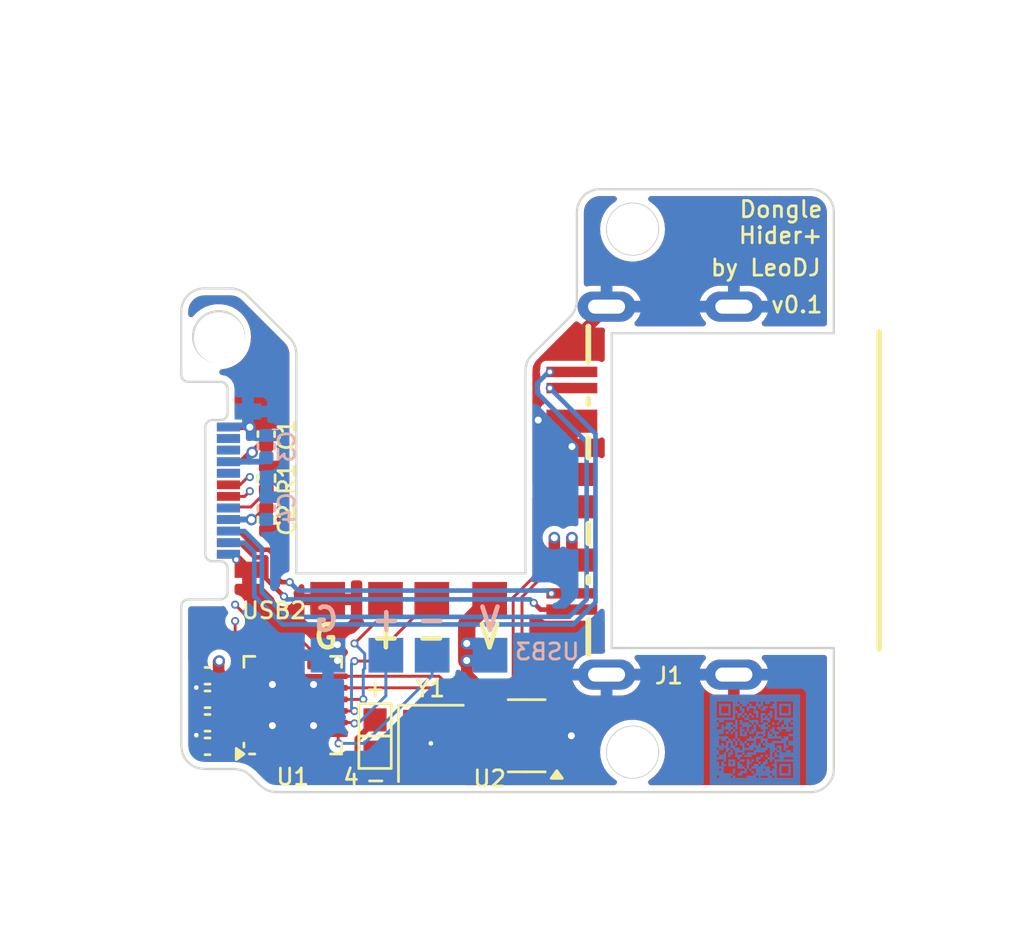
<source format=kicad_pcb>
(kicad_pcb (version 20240108) (generator "pcbnew") (generator_version "8.0")
  (layers (0 "F.Cu" signal) (1 "In1.Cu" signal) (2 "In2.Cu" signal) (31 "B.Cu" signal) (34 "B.Paste" user) (35 "F.Paste" user) (36 "B.SilkS" user "B.Silkscreen") (37 "F.SilkS" user "F.Silkscreen") (38 "B.Mask" user) (39 "F.Mask" user) (44 "Edge.Cuts" user))
  (net 0 "")
  (net 1 "GND")
  (net 2 "VBUS")
  (net 3 "Net-(U1-VDD33)")
  (net 4 "Net-(J1-D+)")
  (net 5 "Net-(J1-D-)")
  (net 6 "TX+")
  (net 7 "RX-")
  (net 8 "RX+")
  (net 9 "TX-")
  (net 12 "Net-(P1-SBU2)")
  (net 13 "Net-(P1-D+)")
  (net 14 "Net-(P1-CC)")
  (net 15 "Net-(P1-D-)")
  (net 16 "Net-(P1-VCONN)")
  (net 18 "Net-(P1-SBU1)")
  (net 20 "Net-(U1-XI)")
  (net 27 "Net-(J5-Pin_1)")
  (net 29 "Net-(U1-XO)")
  (net 30 "Net-(J4-Pin_1)")
  (net 32 "Net-(U1-DP1+)")
  (net 33 "Net-(U1-DM1-)")
  (net 34 "Net-(U1-DP3+)")
  (net 35 "Net-(U1-DP2+)")
  (net 36 "Net-(U1-DM2-)")
  (net 37 "Net-(U1-DM3-)")
  (footprint "Package_DFN_QFN:QFN-24-1EP_4x4mm_P0.5mm_EP2.7x2.7mm" (layer "F.Cu") (at 94.467 73.271 90)
    (property "Reference" "U1")
    (property "Value" "CH334F")
  )
  (footprint "Capacitor_SMD:C_0402_1005Metric" (layer "F.Cu") (at 93.324 65.242 -90)
    (property "Reference" "C2")
    (property "Value" "10n")
  )
  (footprint "MountingHole:MountingHole_2.2mm_M2" (layer "F.Cu") (at 109.15 75.3)
    (property "Reference" "REF**" (hide yes))
    (property "Value" "MountingHole_2.2mm_M2")
  )
  (footprint "Capacitor_SMD:C_0402_1005Metric" (layer "F.Cu") (at 90.784 73.017 180)
    (property "Reference" "C7" (hide yes))
    (property "Value" "10u")
  )
  (footprint "Capacitor_SMD:C_0402_1005Metric" (layer "F.Cu") (at 90.784 75.049 180)
    (property "Reference" "C6" (hide yes))
    (property "Value" "100n")
  )
  (footprint "LeoDJ-kicad:USB_SolderPads" (layer "F.Cu") (at 99.476 68.699 180)
    (property "Reference" "USB2")
    (property "Value" "USB Dongle")
  )
  (footprint "Capacitor_SMD:C_0402_1005Metric" (layer "F.Cu") (at 93.324 61.559 90)
    (property "Reference" "C1")
    (property "Value" "10n")
  )
  (footprint "clipboard:a3a9fe14-ccf1-44c9-aa33-5d14aabbb9b3" (layer "F.Cu") (at 116.3364 76.7254)
    (property "Reference" "")
    (property "Value" "")
  )
  (footprint "Resistor_SMD:R_0402_1005Metric" (layer "F.Cu") (at 93.324 63.464 90)
    (property "Reference" "R1")
    (property "Value" "5k1")
  )
  (footprint "LCSC:USB-A-SMD_HC-USB3.0-C345-P" (layer "F.Cu") (at 110.0275 64 90)
    (property "Reference" "J1")
    (property "Value" "USB3_A")
  )
  (footprint "TestPoint:TestPoint_Pad_1.0x1.0mm" (layer "F.Cu") (at 98.023 73.906)
    (property "Reference" "J5" (hide yes))
    (property "Value" "D+4")
  )
  (footprint "MountingHole:MountingHole_2.2mm_M2" (layer "F.Cu") (at 109.15 52.7)
    (property "Reference" "REF**" (hide yes))
    (property "Value" "MountingHole_2.2mm_M2")
  )
  (footprint "Package_TO_SOT_SMD:SOT-23-6" (layer "F.Cu") (at 104.5762 74.5918 180)
    (property "Reference" "U2")
    (property "Value" "USBLC6-2SC6")
  )
  (footprint "MountingHole:MountingHole_2.2mm_M2" (layer "F.Cu") (at 91.3 57.4)
    (property "Reference" "REF**" (hide yes))
    (property "Value" "MountingHole_2.2mm_M2")
  )
  (footprint "Capacitor_SMD:C_0402_1005Metric" (layer "F.Cu") (at 90.784 72.001 180)
    (property "Reference" "C8" (hide yes))
    (property "Value" "1u")
  )
  (footprint "TestPoint:TestPoint_Pad_1.0x1.0mm" (layer "F.Cu") (at 98.023 75.303)
    (property "Reference" "J4" (hide yes))
    (property "Value" "D-4")
  )
  (footprint "Capacitor_SMD:C_0402_1005Metric" (layer "F.Cu") (at 90.784 74.033 180)
    (property "Reference" "C5" (hide yes))
    (property "Value" "1u")
  )
  (footprint "Connector_USB:USB_C_Plug_Molex_105444" (layer "F.Cu") (at 91.65 64 90)
    (property "Reference" "P1" (hide yes))
    (property "Value" "USB_C_Plug")
  )
  (footprint "Crystal:Crystal_SMD_2520-4Pin_2.5x2.0mm" (layer "F.Cu") (at 100.436 74.922 -90)
    (property "Reference" "Y1")
    (property "Value" "12MHz")
  )
  (footprint "LeoDJ-kicad:USB_SolderPads" (layer "B.Cu") (at 99.491 71.112 180)
    (property "Reference" "USB3")
    (property "Value" "USB Dongle")
  )
  (footprint "clipboard:ed8a2803-3309-4f49-b63e-d04072c03834" (layer "B.Cu") (at 112.386397 76.811803 180)
    (property "Reference" "")
    (property "Value" "")
  )
  (footprint "Capacitor_SMD:C_0402_1005Metric" (layer "B.Cu") (at 93.324 62.095 90)
    (property "Reference" "C3")
    (property "Value" "10n")
  )
  (footprint "Capacitor_SMD:C_0402_1005Metric" (layer "B.Cu") (at 93.324 64.762 90)
    (property "Reference" "C4")
    (property "Value" "10n")
  )
  (gr_curve (pts (xy 89.737799 68.787938) (xy 89.765867 68.759851) (xy 89.798898 68.736723) (xy 89.835059 68.722893)) (stroke (width 0.1)) (layer "Edge.Cuts"))
  (gr_curve (pts (xy 91.935787 76.026183) (xy 91.507191 76.026183) (xy 91.078596 76.026183) (xy 90.65 76.026183)) (stroke (width 0.1)) (layer "Edge.Cuts"))
  (gr_line (start 91.35 59.3) (end 91.350196 59.3) (stroke (width 0.1)) (layer "Edge.Cuts"))
  (gr_curve (pts (xy 91.350195 60.95) (xy 91.389486 60.945469) (xy 91.428778 60.940938) (xy 91.464939 60.927109)) (stroke (width 0.1)) (layer "Edge.Cuts"))
  (gr_curve (pts (xy 91.65 67.35) (xy 91.65 67.7) (xy 91.65 68.05) (xy 91.65 68.4)) (stroke (width 0.1)) (layer "Edge.Cuts"))
  (gr_line (start 92.64264 76.318823) (end 92.642893 76.319076) (stroke (width 0.1)) (layer "Edge.Cuts"))
  (gr_curve (pts (xy 91.627126 68.514896) (xy 91.640945 68.478747) (xy 91.645472 68.439472) (xy 91.65 68.400196)) (stroke (width 0.1)) (layer "Edge.Cuts"))
  (gr_curve (pts (xy 91.464895 68.677127) (xy 91.501044 68.663308) (xy 91.534066 68.640198) (xy 91.562132 68.612132)) (stroke (width 0.1)) (layer "Edge.Cuts"))
  (gr_line (start 90.649642 76.026183) (end 90.65 76.026183) (stroke (width 0.1)) (layer "Edge.Cuts"))
  (gr_curve (pts (xy 91.464896 67.072874) (xy 91.428748 67.059055) (xy 91.389472 67.054528) (xy 91.350196 67.05)) (stroke (width 0.1)) (layer "Edge.Cuts"))
  (gr_arc (start 116.85 50.973817) (mid 117.557106 51.266709) (end 117.85 51.973813) (stroke (width 0.1)) (layer "Edge.Cuts"))
  (gr_curve (pts (xy 90.875104 60.972874) (xy 90.911253 60.959055) (xy 90.950528 60.954528) (xy 90.989804 60.95)) (stroke (width 0.1)) (layer "Edge.Cuts"))
  (gr_curve (pts (xy 91.627183 60.76476) (xy 91.640989 60.72859) (xy 91.645495 60.689295) (xy 91.65 60.65)) (stroke (width 0.1)) (layer "Edge.Cuts"))
  (gr_curve (pts (xy 89.835106 59.277127) (xy 89.798957 59.263308) (xy 89.765934 59.240198) (xy 89.737868 59.212132)) (stroke (width 0.1)) (layer "Edge.Cuts"))
  (gr_arc (start 106.746285 51.97382) (mid 107.039178 51.266712) (end 107.746285 50.973817) (stroke (width 0.1)) (layer "Edge.Cuts"))
  (gr_line (start 117.85 51.973813) (end 117.85 57.2) (stroke (width 0.1)) (layer "Edge.Cuts"))
  (gr_curve (pts (xy 93.764214 77.026183) (xy 98.49416 77.026183) (xy 103.224106 77.026183) (xy 107.954052 77.026183)) (stroke (width 0.1)) (layer "Edge.Cuts"))
  (gr_curve (pts (xy 90.267069 75.94996) (xy 90.146499 75.903879) (xy 90.036361 75.82679) (xy 89.942767 75.733163)) (stroke (width 0.1)) (layer "Edge.Cuts"))
  (gr_curve (pts (xy 89.65 69) (xy 89.654506 68.960705) (xy 89.659012 68.921411) (xy 89.672818 68.88524)) (stroke (width 0.1)) (layer "Edge.Cuts"))
  (gr_curve (pts (xy 91.35 68.7) (xy 90.883334 68.7) (xy 90.416667 68.7) (xy 89.95 68.7)) (stroke (width 0.1)) (layer "Edge.Cuts"))
  (gr_line (start 106.746285 51.97382) (end 106.746285 55.7779) (stroke (width 0.1)) (layer "Edge.Cuts"))
  (gr_curve (pts (xy 92.318468 76.102302) (xy 92.200718 76.053529) (xy 92.068428 76.039856) (xy 91.936138 76.026183)) (stroke (width 0.1)) (layer "Edge.Cuts"))
  (gr_curve (pts (xy 89.726087 75.408785) (xy 89.68005 75.288198) (xy 89.665025 75.15719) (xy 89.65 75.026183)) (stroke (width 0.1)) (layer "Edge.Cuts"))
  (gr_curve (pts (xy 91.627183 59.48524) (xy 91.613377 59.44907) (xy 91.59027 59.416025) (xy 91.562202 59.387938)) (stroke (width 0.1)) (layer "Edge.Cuts"))
  (gr_arc (start 94.328274 57.396068) (mid 94.545045 57.72049) (end 94.621165 58.103171) (stroke (width 0.1)) (layer "Edge.Cuts"))
  (gr_line (start 90.69 61.249806) (end 90.69 61.25) (stroke (width 0.1)) (layer "Edge.Cuts"))
  (gr_curve (pts (xy 92.64264 76.318823) (xy 92.539429 76.234949) (xy 92.436218 76.151076) (xy 92.318468 76.102302)) (stroke (width 0.1)) (layer "Edge.Cuts"))
  (gr_curve (pts (xy 91.562201 60.862064) (xy 91.59027 60.833977) (xy 91.613377 60.800931) (xy 91.627183 60.76476)) (stroke (width 0.1)) (layer "Edge.Cuts"))
  (gr_curve (pts (xy 90.99 67.05) (xy 91.11 67.05) (xy 91.23 67.05) (xy 91.35 67.05)) (stroke (width 0.1)) (layer "Edge.Cuts"))
  (gr_curve (pts (xy 110.345948 50.973817) (xy 112.513966 50.973817) (xy 114.681983 50.973817) (xy 116.85 50.973817)) (stroke (width 0.1)) (layer "Edge.Cuts"))
  (gr_curve (pts (xy 89.672818 68.88524) (xy 89.686624 68.84907) (xy 89.70973 68.816025) (xy 89.737799 68.787938)) (stroke (width 0.1)) (layer "Edge.Cuts"))
  (gr_curve (pts (xy 90.875106 67.027127) (xy 90.838957 67.013308) (xy 90.805934 66.990198) (xy 90.777868 66.962132)) (stroke (width 0.1)) (layer "Edge.Cuts"))
  (gr_curve (pts (xy 93.763856 77.026183) (xy 93.631568 77.012509) (xy 93.499279 76.998836) (xy 93.381529 76.950062)) (stroke (width 0.1)) (layer "Edge.Cuts"))
  (gr_curve (pts (xy 90.777868 66.962132) (xy 90.749802 66.934066) (xy 90.726693 66.901045) (xy 90.712874 66.864896)) (stroke (width 0.1)) (layer "Edge.Cuts"))
  (gr_curve (pts (xy 91.65 59.6) (xy 91.645495 59.560705) (xy 91.640989 59.521411) (xy 91.627183 59.48524)) (stroke (width 0.1)) (layer "Edge.Cuts"))
  (gr_curve (pts (xy 90.989806 67.05) (xy 90.95053 67.045473) (xy 90.911255 67.040946) (xy 90.875106 67.027127)) (stroke (width 0.1)) (layer "Edge.Cuts"))
  (gr_line (start 89.95 68.7) (end 89.949804 68.7) (stroke (width 0.1)) (layer "Edge.Cuts"))
  (gr_line (start 89.65 69) (end 89.65 75.026183) (stroke (width 0.1)) (layer "Edge.Cuts"))
  (gr_line (start 91.350195 68.7) (end 91.35 68.7) (stroke (width 0.1)) (layer "Edge.Cuts"))
  (gr_line (start 107.954052 50.973817) (end 110.345948 50.973817) (stroke (width 0.1)) (layer "Edge.Cuts"))
  (gr_line (start 104.521165 67.574273) (end 94.621165 67.574273) (stroke (width 0.1)) (layer "Edge.Cuts"))
  (gr_curve (pts (xy 91.562202 59.387938) (xy 91.534133 59.359851) (xy 91.501103 59.336723) (xy 91.464942 59.322893)) (stroke (width 0.1)) (layer "Edge.Cuts"))
  (gr_curve (pts (xy 91.350195 68.7) (xy 91.38947 68.695473) (xy 91.428746 68.690946) (xy 91.464895 68.677127)) (stroke (width 0.1)) (layer "Edge.Cuts"))
  (gr_curve (pts (xy 90.649642 76.026183) (xy 90.518641 76.011111) (xy 90.387639 75.99604) (xy 90.267069 75.94996)) (stroke (width 0.1)) (layer "Edge.Cuts"))
  (gr_line (start 117.85 57.2) (end 108.25 57.2) (stroke (width 0.1)) (layer "Edge.Cuts"))
  (gr_curve (pts (xy 90.69 61.25) (xy 90.69 63.083333) (xy 90.69 64.916667) (xy 90.69 66.75)) (stroke (width 0.1)) (layer "Edge.Cuts"))
  (gr_curve (pts (xy 91.562132 67.137868) (xy 91.534066 67.109802) (xy 91.501045 67.086693) (xy 91.464896 67.072874)) (stroke (width 0.1)) (layer "Edge.Cuts"))
  (gr_curve (pts (xy 89.835059 68.722893) (xy 89.87122 68.709063) (xy 89.910512 68.704532) (xy 89.949804 68.7)) (stroke (width 0.1)) (layer "Edge.Cuts"))
  (gr_curve (pts (xy 89.672874 59.114896) (xy 89.659056 59.078747) (xy 89.654528 59.039472) (xy 89.65 59.000196)) (stroke (width 0.1)) (layer "Edge.Cuts"))
  (gr_curve (pts (xy 110.345949 77.026183) (xy 112.513966 77.026183) (xy 114.681983 77.026183) (xy 116.85 77.026183)) (stroke (width 0.1)) (layer "Edge.Cuts"))
  (gr_curve (pts (xy 91.65 67.349806) (xy 91.645473 67.31053) (xy 91.640946 67.271254) (xy 91.627127 67.235106)) (stroke (width 0.1)) (layer "Edge.Cuts"))
  (gr_curve (pts (xy 90.712873 61.135106) (xy 90.726692 61.098956) (xy 90.749802 61.065934) (xy 90.777868 61.037868)) (stroke (width 0.1)) (layer "Edge.Cuts"))
  (gr_circle (center 91.260967 57.343952) (end 92.360967 57.343952) (stroke (width 0.1)) (fill none) (layer "Edge.Cuts"))
  (gr_line (start 89.65 59) (end 89.65 59.000196) (stroke (width 0.1)) (layer "Edge.Cuts"))
  (gr_line (start 92.487239 55.555033) (end 94.328274 57.396068) (stroke (width 0.1)) (layer "Edge.Cuts"))
  (gr_curve (pts (xy 91.35 60.95) (xy 91.23 60.95) (xy 91.11 60.95) (xy 90.99 60.95)) (stroke (width 0.1)) (layer "Edge.Cuts"))
  (gr_curve (pts (xy 89.95 59.3) (xy 90.416667 59.3) (xy 90.883334 59.3) (xy 91.35 59.3)) (stroke (width 0.1)) (layer "Edge.Cuts"))
  (gr_line (start 91.65 59.6) (end 91.65 60.65) (stroke (width 0.1)) (layer "Edge.Cuts"))
  (gr_line (start 106.451144 56.487257) (end 104.81406 58.124342) (stroke (width 0.1)) (layer "Edge.Cuts"))
  (gr_curve (pts (xy 89.737868 59.212132) (xy 89.709802 59.184066) (xy 89.686693 59.151045) (xy 89.672874 59.114896)) (stroke (width 0.1)) (layer "Edge.Cuts"))
  (gr_curve (pts (xy 93.057107 76.73329) (xy 92.919036 76.595218) (xy 92.780965 76.457147) (xy 92.642893 76.319076)) (stroke (width 0.1)) (layer "Edge.Cuts"))
  (gr_line (start 91.935787 76.026183) (end 91.936138 76.026183) (stroke (width 0.1)) (layer "Edge.Cuts"))
  (gr_curve (pts (xy 93.381529 76.950062) (xy 93.263779 76.901288) (xy 93.160567 76.817413) (xy 93.057356 76.733538)) (stroke (width 0.1)) (layer "Edge.Cuts"))
  (gr_curve (pts (xy 91.464939 60.927109) (xy 91.501101 60.913279) (xy 91.534132 60.890151) (xy 91.562201 60.862064)) (stroke (width 0.1)) (layer "Edge.Cuts"))
  (gr_circle (center 109.15 52.7) (end 110.25 52.7) (stroke (width 0.1)) (fill none) (layer "Edge.Cuts"))
  (gr_line (start 91.65 68.4) (end 91.65 68.400196) (stroke (width 0.1)) (layer "Edge.Cuts"))
  (gr_line (start 90.99 60.95) (end 90.989804 60.95) (stroke (width 0.1)) (layer "Edge.Cuts"))
  (gr_arc (start 104.521165 58.83145) (mid 104.597286 58.448765) (end 104.81406 58.124342) (stroke (width 0.1)) (layer "Edge.Cuts"))
  (gr_circle (center 109.15 75.3) (end 110.25 75.3) (stroke (width 0.1)) (fill none) (layer "Edge.Cuts"))
  (gr_curve (pts (xy 89.65 56.26214) (xy 89.65 57.17476) (xy 89.65 58.08738) (xy 89.65 59)) (stroke (width 0.1)) (layer "Edge.Cuts"))
  (gr_line (start 104.521165 67.574273) (end 104.521165 58.83145) (stroke (width 0.1)) (layer "Edge.Cuts"))
  (gr_curve (pts (xy 107.746285 50.973817) (xy 107.815541 50.973817) (xy 107.884796 50.973817) (xy 107.954052 50.973817)) (stroke (width 0.1)) (layer "Edge.Cuts"))
  (gr_line (start 93.057107 76.73329) (end 93.057356 76.733538) (stroke (width 0.1)) (layer "Edge.Cuts"))
  (gr_line (start 91.350195 60.95) (end 91.35 60.95) (stroke (width 0.1)) (layer "Edge.Cuts"))
  (gr_curve (pts (xy 90.712874 66.864896) (xy 90.699056 66.828747) (xy 90.694528 66.789472) (xy 90.69 66.750196)) (stroke (width 0.1)) (layer "Edge.Cuts"))
  (gr_line (start 93.763856 77.026183) (end 93.764214 77.026183) (stroke (width 0.1)) (layer "Edge.Cuts"))
  (gr_curve (pts (xy 90.777868 61.037868) (xy 90.805934 61.009802) (xy 90.838956 60.986693) (xy 90.875104 60.972874)) (stroke (width 0.1)) (layer "Edge.Cuts"))
  (gr_line (start 107.954052 77.026183) (end 110.345949 77.026183) (stroke (width 0.1)) (layer "Edge.Cuts"))
  (gr_curve (pts (xy 89.949806 59.3) (xy 89.91053 59.295473) (xy 89.871255 59.290946) (xy 89.835106 59.277127)) (stroke (width 0.1)) (layer "Edge.Cuts"))
  (gr_line (start 117.85 70.8) (end 108.25 70.8) (stroke (width 0.1)) (layer "Edge.Cuts"))
  (gr_line (start 91.35 67.05) (end 91.350196 67.05) (stroke (width 0.1)) (layer "Edge.Cuts"))
  (gr_curve (pts (xy 91.627127 67.235106) (xy 91.613309 67.198956) (xy 91.590198 67.165934) (xy 91.562132 67.137868)) (stroke (width 0.1)) (layer "Edge.Cuts"))
  (gr_curve (pts (xy 91.562132 68.612132) (xy 91.590198 68.584066) (xy 91.613308 68.551045) (xy 91.627126 68.514896)) (stroke (width 0.1)) (layer "Edge.Cuts"))
  (gr_line (start 90.69 66.75) (end 90.69 66.750196) (stroke (width 0.1)) (layer "Edge.Cuts"))
  (gr_line (start 90.989806 67.05) (end 90.99 67.05) (stroke (width 0.1)) (layer "Edge.Cuts"))
  (gr_arc (start 89.65 56.26214) (mid 89.942896 55.555033) (end 90.650004 55.26214) (stroke (width 0.1)) (layer "Edge.Cuts"))
  (gr_arc (start 106.746285 55.7779) (mid 106.669556 56.162054) (end 106.451144 56.487257) (stroke (width 0.1)) (layer "Edge.Cuts"))
  (gr_line (start 117.85 70.8) (end 117.85 76.02624) (stroke (width 0.1)) (layer "Edge.Cuts"))
  (gr_line (start 91.65 67.349806) (end 91.65 67.35) (stroke (width 0.1)) (layer "Edge.Cuts"))
  (gr_curve (pts (xy 91.464942 59.322893) (xy 91.42878 59.309063) (xy 91.389488 59.304532) (xy 91.350196 59.3)) (stroke (width 0.1)) (layer "Edge.Cuts"))
  (gr_curve (pts (xy 90.69 61.249806) (xy 90.694527 61.21053) (xy 90.699055 61.171254) (xy 90.712873 61.135106)) (stroke (width 0.1)) (layer "Edge.Cuts"))
  (gr_arc (start 91.780132 55.26214) (mid 92.162815 55.33826) (end 92.487239 55.555033) (stroke (width 0.1)) (layer "Edge.Cuts"))
  (gr_arc (start 117.85 76.02624) (mid 117.557103 76.733326) (end 116.85 77.026183) (stroke (width 0.1)) (layer "Edge.Cuts"))
  (gr_line (start 108.25 70.8) (end 108.25 57.2) (stroke (width 0.1)) (layer "Edge.Cuts"))
  (gr_line (start 94.621165 67.574273) (end 94.621165 58.103171) (stroke (width 0.1)) (layer "Edge.Cuts"))
  (gr_curve (pts (xy 89.942767 75.733163) (xy 89.849173 75.639536) (xy 89.772124 75.529371) (xy 89.726087 75.408785)) (stroke (width 0.1)) (layer "Edge.Cuts"))
  (gr_line (start 89.949806 59.3) (end 89.95 59.3) (stroke (width 0.1)) (layer "Edge.Cuts"))
  (gr_line (start 91.780132 55.26214) (end 90.650004 55.26214) (stroke (width 0.1)) (layer "Edge.Cuts"))
  (gr_text "V  - +  G" (at 99.42 70.1468 0) (layer "B.SilkS") (effects (font (size 1 0.98) (thickness 0.2) (bold yes)) (justify bottom mirror)))
  (gr_text "Dongle\nHider+" (at 117.4286 53.3828 0) (layer "F.SilkS") (effects (font (size 0.7 0.7) (thickness 0.12) (bold yes)) (justify right bottom)))
  (gr_text "by LeoDJ" (at 117.3524 54.7798 0) (layer "F.SilkS") (effects (font (size 0.7 0.7) (thickness 0.12) (bold yes)) (justify right bottom)))
  (gr_text "v0.1" (at 117.4286 56.38 0) (layer "F.SilkS") (effects (font (size 0.7 0.7) (thickness 0.12) (bold yes)) (justify right bottom)))
  (gr_text "+" (at 97.515 72.9662 0) (layer "F.SilkS") (effects (font (size 0.7 0.7) (thickness 0.12) (bold yes)) (justify left bottom)))
  (gr_text "4" (at 96.5752 76.8016 0) (layer "F.SilkS") (effects (font (size 0.7 0.7) (thickness 0.12) (bold yes)) (justify left bottom)))
  (gr_text "-" (at 97.5404 76.9032 0) (layer "F.SilkS") (effects (font (size 0.7 0.7) (thickness 0.12) (bold yes)) (justify left bottom)))
  (gr_text "G  + -  V" (at 99.4 70.9 0) (layer "F.SilkS") (effects (font (size 1 0.98) (thickness 0.2) (bold yes)) (justify bottom)))
  (segment (start 106.5275 62.0905) (end 106.532 62.095) (width 0.5) (layer "F.Cu") (net 1))
  (segment (start 108.0275 56.1037) (end 106.8622 57.269) (width 0.5) (layer "F.Cu") (net 1))
  (segment (start 100.436 74.922) (end 101.136 74.222) (width 0.254) (layer "F.Cu") (net 1))
  (segment (start 92.238543 66.978543) (end 92.02689 66.978543) (width 0.2) (layer "F.Cu") (net 1))
  (segment (start 99.736 75.797) (end 99.736 75.622) (width 0.254) (layer "F.Cu") (net 1))
  (segment (start 90.304 75.049) (end 90.304 74.569) (width 0.254) (layer "F.Cu") (net 1))
  (segment (start 90.304 74.5638) (end 90.304 72.5116) (width 0.254) (layer "F.Cu") (net 1))
  (segment (start 90.304 72.5116) (end 90.3014 72.509) (width 0.254) (layer "F.Cu") (net 1))
  (segment (start 99.736 75.622) (end 100.436 74.922) (width 0.254) (layer "F.Cu") (net 1))
  (segment (start 92.53 67.42) (end 92.53 67.27) (width 0.2) (layer "F.Cu") (net 1))
  (segment (start 106.5275 61) (end 106.5275 62.0905) (width 0.5) (layer "F.Cu") (net 1))
  (segment (start 106.5275 61) (end 105.119165 61) (width 0.5) (layer "F.Cu") (net 1))
  (segment (start 105.119165 61) (end 105.071165 60.952) (width 0.5) (layer "F.Cu") (net 1))
  (segment (start 92.53 67.27) (end 92.2445 66.9845) (width 0.2) (layer "F.Cu") (net 1))
  (segment (start 90.304 74.569) (end 90.3014 74.5664) (width 0.254) (layer "F.Cu") (net 1))
  (segment (start 92.6128 61.2568) (end 91.812231 61.2568) (width 0.254) (layer "F.Cu") (net 1))
  (segment (start 92.2445 66.9845) (end 91.990786 66.730786) (width 0.2) (layer "F.Cu") (net 1))
  (segment (start 108.0275 56.05) (end 108.0275 56.1037) (width 0.5) (layer "F.Cu") (net 1))
  (segment (start 92.2445 66.9845) (end 92.238543 66.978543) (width 0.2) (layer "F.Cu") (net 1))
  (segment (start 101.136 74.222) (end 101.136 74.047) (width 0.254) (layer "F.Cu") (net 1))
  (segment (start 91.812231 61.2568) (end 91.80855 61.253119) (width 0.254) (layer "F.Cu") (net 1))
  (segment (start 90.3014 74.5664) (end 90.304 74.5638) (width 0.254) (layer "F.Cu") (net 1))
  (segment (start 105.7137 74.5918) (end 106.5066 74.5918) (width 0.254) (layer "F.Cu") (net 1))
  (segment (start 93.324 61.079) (end 93.1462 61.2568) (width 0.254) (layer "F.Cu") (net 1))
  (segment (start 90.304 72.5064) (end 90.304 72.001) (width 0.254) (layer "F.Cu") (net 1))
  (segment (start 91.990786 66.730786) (end 91.719529 66.730786) (width 0.2) (layer "F.Cu") (net 1))
  (segment (start 90.3014 72.509) (end 90.304 72.5064) (width 0.254) (layer "F.Cu") (net 1))
  (segment (start 93.1462 61.2568) (end 92.6128 61.2568) (width 0.254) (layer "F.Cu") (net 1))
  (via (at 92.6128 61.2568) (size 0.5) (drill 0.3) (layers "F.Cu" "B.Cu") (net 1))
  (via (at 93.589 74.154) (size 0.5) (drill 0.3) (layers "F.Cu" "B.Cu") (net 1))
  (via (at 96.3974 71.3406) (size 0.5) (drill 0.3) (layers "F.Cu" "B.Cu") (net 1))
  (via (at 96.3974 70.6548) (size 0.5) (drill 0.3) (layers "F.Cu" "B.Cu") (net 1))
  (via (at 100.436 74.922) (size 0.35) (drill 0.2) (layers "F.Cu" "B.Cu") (net 1))
  (via (at 92.02689 66.978543) (size 0.35) (drill 0.2) (layers "F.Cu" "B.Cu") (net 1))
  (via (at 106.532 62.095) (size 0.5) (drill 0.3) (layers "F.Cu" "B.Cu") (net 1))
  (via (at 90.3014 74.5664) (size 0.35) (drill 0.2) (layers "F.Cu" "B.Cu") (net 1))
  (via (at 90.3014 72.509) (size 0.35) (drill 0.2) (layers "F.Cu" "B.Cu") (net 1))
  (via (at 95.367 74.154) (size 0.5) (drill 0.3) (layers "F.Cu" "B.Cu") (net 1))
  (via (at 105.071165 60.952) (size 0.5) (drill 0.3) (layers "F.Cu" "B.Cu") (net 1))
  (via (at 95.367 72.376) (size 0.5) (drill 0.3) (layers "F.Cu" "B.Cu") (net 1))
  (via (at 93.589 72.376) (size 0.5) (drill 0.3) (layers "F.Cu" "B.Cu") (net 1))
  (via (at 106.5066 74.5918) (size 0.5) (drill 0.3) (layers "F.Cu" "B.Cu") (net 1))
  (segment (start 92.7144 62.349) (end 93.0244 62.039) (width 0.254) (layer "F.Cu") (net 2))
  (segment (start 92.836019 65.249981) (end 92.683619 65.249981) (width 0.254) (layer "F.Cu") (net 2))
  (segment (start 101.9854 71.3406) (end 101.9854 70.604) (width 0.75) (layer "F.Cu") (net 2))
  (segment (start 106.5275 67) (end 105.849 67) (width 0.5) (layer "F.Cu") (net 2))
  (segment (start 105.77 66.413) (end 105.77 66.032) (width 0.5) (layer "F.Cu") (net 2))
  (segment (start 106.5275 66.0365) (end 106.532 66.032) (width 0.5) (layer "F.Cu") (net 2))
  (segment (start 103.4387 74.5918) (end 103.846766 74.5918) (width 0.5) (layer "F.Cu") (net 2))
  (segment (start 91.69 65.25) (end 92.6836 65.25) (width 0.254) (layer "F.Cu") (net 2))
  (segment (start 91.284 72.021) (end 91.264 72.001) (width 0.254) (layer "F.Cu") (net 2))
  (segment (start 92.242372 62.75) (end 91.69 62.75) (width 0.254) (layer "F.Cu") (net 2))
  (segment (start 92.643372 62.349) (end 92.242372 62.75) (width 0.254) (layer "F.Cu") (net 2))
  (segment (start 105.849 67) (end 105.77 66.921) (width 0.5) (layer "F.Cu") (net 2))
  (segment (start 92.5045 72.021) (end 91.284 72.021) (width 0.254) (layer "F.Cu") (net 2))
  (segment (start 92.7144 62.349) (end 92.643372 62.349) (width 0.254) (layer "F.Cu") (net 2))
  (segment (start 93.324 64.762) (end 92.836019 65.249981) (width 0.254) (layer "F.Cu") (net 2))
  (segment (start 104.5508 73.395834) (end 103.892566 72.7376) (width 0.5) (layer "F.Cu") (net 2))
  (segment (start 106.5275 67) (end 106.5275 66.0365) (width 0.5) (layer "F.Cu") (net 2))
  (segment (start 102.976 68.699) (end 102.976 68.7752) (width 0.75) (layer "F.Cu") (net 2))
  (segment (start 93.0244 62.039) (end 93.324 62.039) (width 0.254) (layer "F.Cu") (net 2))
  (segment (start 91.264 72.001) (end 91.264 71.394) (width 0.5) (layer "F.Cu") (net 2))
  (segment (start 103.846766 74.5918) (end 104.5508 73.887766) (width 0.5) (layer "F.Cu") (net 2))
  (segment (start 101.9854 71.9502) (end 101.9854 71.3406) (width 0.5) (layer "F.Cu") (net 2))
  (segment (start 105.77 66.921) (end 105.77 66.413) (width 0.5) (layer "F.Cu") (net 2))
  (segment (start 103.892566 72.7376) (end 102.7728 72.7376) (width 0.5) (layer "F.Cu") (net 2))
  (segment (start 104.5508 73.887766) (end 104.5508 73.395834) (width 0.5) (layer "F.Cu") (net 2))
  (segment (start 91.264 71.394) (end 91.292 71.366) (width 0.5) (layer "F.Cu") (net 2))
  (segment (start 102.7728 72.7376) (end 101.9854 71.9502) (width 0.5) (layer "F.Cu") (net 2))
  (segment (start 101.9854 69.7658) (end 101.9854 70.604) (width 0.75) (layer "F.Cu") (net 2))
  (segment (start 102.976 68.7752) (end 101.9854 69.7658) (width 0.75) (layer "F.Cu") (net 2))
  (segment (start 92.6836 65.25) (end 92.683619 65.249981) (width 0.254) (layer "F.Cu") (net 2))
  (via (at 106.532 66.032) (size 0.5) (drill 0.3) (layers "F.Cu" "B.Cu") (net 2))
  (via (at 91.292 71.366) (size 0.5) (drill 0.3) (layers "F.Cu" "B.Cu") (net 2))
  (via (at 101.9854 71.3406) (size 0.5) (drill 0.3) (layers "F.Cu" "B.Cu") (net 2))
  (via (at 92.683619 65.249981) (size 0.5) (drill 0.3) (layers "F.Cu" "B.Cu") (net 2))
  (via (at 92.7144 62.349) (size 0.5) (drill 0.3) (layers "F.Cu" "B.Cu") (net 2))
  (via (at 105.77 66.032) (size 0.5) (drill 0.3) (layers "F.Cu" "B.Cu") (net 2))
  (via (at 101.9854 70.604) (size 0.5) (drill 0.3) (layers "F.Cu" "B.Cu") (net 2))
  (segment (start 93.316 65.25) (end 93.324 65.242) (width 0.254) (layer "B.Cu") (net 2))
  (segment (start 102.483 70.604) (end 102.991 71.112) (width 0.5) (layer "B.Cu") (net 2))
  (segment (start 92.5874 62.75) (end 93.149 62.75) (width 0.254) (layer "B.Cu") (net 2))
  (segment (start 101.9854 71.3406) (end 102.7624 71.3406) (width 0.508) (layer "B.Cu") (net 2))
  (segment (start 102.7624 71.3406) (end 102.991 71.112) (width 0.508) (layer "B.Cu") (net 2))
  (segment (start 91.69 62.75) (end 92.5874 62.75) (width 0.254) (layer "B.Cu") (net 2))
  (segment (start 91.69 65.25) (end 93.316 65.25) (width 0.254) (layer "B.Cu") (net 2))
  (segment (start 93.149 62.75) (end 93.324 62.575) (width 0.254) (layer "B.Cu") (net 2))
  (segment (start 92.5874 62.476) (end 92.5874 62.75) (width 0.254) (layer "B.Cu") (net 2))
  (segment (start 92.7144 62.349) (end 92.5874 62.476) (width 0.254) (layer "B.Cu") (net 2))
  (segment (start 101.9854 70.604) (end 102.483 70.604) (width 0.5) (layer "B.Cu") (net 2))
  (segment (start 91.264 73.017) (end 91.546 73.017) (width 0.254) (layer "F.Cu") (net 3))
  (segment (start 91.264 75.049) (end 91.264 73.017) (width 0.254) (layer "F.Cu") (net 3))
  (segment (start 91.546 73.017) (end 92.042 72.521) (width 0.254) (layer "F.Cu") (net 3))
  (segment (start 92.042 72.521) (end 92.5045 72.521) (width 0.254) (layer "F.Cu") (net 3))
  (segment (start 104.884665 64.342835) (end 105.9275 63.3) (width 0.127) (layer "F.Cu") (net 4))
  (segment (start 103.992 72.1026) (end 103.992 68.617505) (width 0.127) (layer "F.Cu") (net 4))
  (segment (start 104.884665 67.72484) (end 104.884665 64.342835) (width 0.127) (layer "F.Cu") (net 4))
  (segment (start 105.9275 63.3) (end 106.5275 63.3) (width 0.127) (layer "F.Cu") (net 4))
  (segment (start 103.992 68.617505) (end 104.884665 67.72484) (width 0.127) (layer "F.Cu") (net 4))
  (segment (start 105.5312 73.6418) (end 103.992 72.1026) (width 0.127) (layer "F.Cu") (net 4))
  (segment (start 105.7137 73.6418) (end 105.5312 73.6418) (width 0.127) (layer "F.Cu") (net 4))
  (segment (start 106.3796 72.9408) (end 105.2366 72.9408) (width 0.127) (layer "F.Cu") (net 5))
  (segment (start 105.138665 65.520335) (end 105.959 64.7) (width 0.127) (layer "F.Cu") (net 5))
  (segment (start 104.373 68.595715) (end 105.138665 67.83005) (width 0.127) (layer "F.Cu") (net 5))
  (segment (start 107.0908 74.9982) (end 107.0908 73.652) (width 0.127) (layer "F.Cu") (net 5))
  (segment (start 105.959 64.7) (end 106.5275 64.7) (width 0.127) (layer "F.Cu") (net 5))
  (segment (start 105.7137 75.5418) (end 106.5472 75.5418) (width 0.127) (layer "F.Cu") (net 5))
  (segment (start 104.373 72.0772) (end 104.373 68.595715) (width 0.127) (layer "F.Cu") (net 5))
  (segment (start 105.2366 72.9408) (end 104.373 72.0772) (width 0.127) (layer "F.Cu") (net 5))
  (segment (start 106.5472 75.5418) (end 107.0908 74.9982) (width 0.127) (layer "F.Cu") (net 5))
  (segment (start 105.138665 67.83005) (end 105.138665 65.520335) (width 0.127) (layer "F.Cu") (net 5))
  (segment (start 107.0908 73.652) (end 106.3796 72.9408) (width 0.127) (layer "F.Cu") (net 5))
  (segment (start 93.2939 66.8811) (end 93.324 66.9112) (width 0.2) (layer "F.Cu") (net 6))
  (segment (start 92.821652 66.8811) (end 93.2939 66.8811) (width 0.2) (layer "F.Cu") (net 6))
  (segment (start 91.69 66.25) (end 92.190552 66.25) (width 0.2) (layer "F.Cu") (net 6))
  (segment (start 93.324 67.81) (end 94.086 68.572) (width 0.2) (layer "F.Cu") (net 6))
  (segment (start 93.324 66.9112) (end 93.324 67.81) (width 0.2) (layer "F.Cu") (net 6))
  (segment (start 105.171 69.14) (end 104.881 68.85) (width 0.2) (layer "F.Cu") (net 6))
  (segment (start 106.5275 69.14) (end 105.171 69.14) (width 0.2) (layer "F.Cu") (net 6))
  (segment (start 92.190552 66.25) (end 92.821652 66.8811) (width 0.2) (layer "F.Cu") (net 6))
  (via (at 104.881 68.85) (size 0.35) (drill 0.2) (layers "F.Cu" "B.Cu") (net 6))
  (via (at 94.086 68.572) (size 0.35) (drill 0.2) (layers "F.Cu" "B.Cu") (net 6))
  (segment (start 94.086 68.572) (end 94.213 68.699) (width 0.2) (layer "B.Cu") (net 6))
  (segment (start 94.213 68.699) (end 104.73 68.699) (width 0.2) (layer "B.Cu") (net 6))
  (segment (start 104.73 68.699) (end 104.881 68.85) (width 0.2) (layer "B.Cu") (net 6))
  (segment (start 105.701606 58.994999) (end 105.576607 58.87) (width 0.2) (layer "F.Cu") (net 7))
  (segment (start 106.5275 58.87) (end 106.402501 58.994999) (width 0.2) (layer "F.Cu") (net 7))
  (segment (start 106.402501 58.994999) (end 105.701606 58.994999) (width 0.2) (layer "F.Cu") (net 7))
  (via (at 105.576607 58.87) (size 0.35) (drill 0.2) (layers "F.Cu" "B.Cu") (net 7))
  (segment (start 94.207 69.455) (end 106.411 69.455) (width 0.2) (layer "B.Cu") (net 7))
  (segment (start 92.39 65.75) (end 93.132347 66.492347) (width 0.2) (layer "B.Cu") (net 7))
  (segment (start 107.167 61.909928) (end 105.028082 59.77101) (width 0.2) (layer "B.Cu") (net 7))
  (segment (start 107.167 68.699) (end 107.167 61.909928) (width 0.2) (layer "B.Cu") (net 7))
  (segment (start 93.132347 66.492347) (end 93.132347 68.380347) (width 0.2) (layer "B.Cu") (net 7))
  (segment (start 105.028082 59.368991) (end 105.527073 58.87) (width 0.2) (layer "B.Cu") (net 7))
  (segment (start 106.411 69.455) (end 107.167 68.699) (width 0.2) (layer "B.Cu") (net 7))
  (segment (start 105.527073 58.87) (end 105.576607 58.87) (width 0.2) (layer "B.Cu") (net 7))
  (segment (start 93.132347 68.380347) (end 94.207 69.455) (width 0.2) (layer "B.Cu") (net 7))
  (segment (start 105.028082 59.77101) (end 105.028082 59.368991) (width 0.2) (layer "B.Cu") (net 7))
  (segment (start 91.69 65.75) (end 92.39 65.75) (width 0.2) (layer "B.Cu") (net 7))
  (segment (start 106.402501 59.445001) (end 105.701606 59.445001) (width 0.2) (layer "F.Cu") (net 8))
  (segment (start 106.5275 59.57) (end 106.402501 59.445001) (width 0.2) (layer "F.Cu") (net 8))
  (segment (start 105.701606 59.445001) (end 105.576607 59.57) (width 0.2) (layer "F.Cu") (net 8))
  (via (at 105.576607 59.57) (size 0.35) (drill 0.2) (layers "F.Cu" "B.Cu") (net 8))
  (segment (start 92.39 66.25) (end 91.69 66.25) (width 0.2) (layer "B.Cu") (net 8))
  (segment (start 94.026 69.782) (end 92.805347 68.561347) (width 0.2) (layer "B.Cu") (net 8))
  (segment (start 92.805347 68.561347) (end 92.805347 66.665347) (width 0.2) (layer "B.Cu") (net 8))
  (segment (start 107.548 61.541393) (end 107.548 68.826) (width 0.2) (layer "B.Cu") (net 8))
  (segment (start 92.805347 66.665347) (end 92.39 66.25) (width 0.2) (layer "B.Cu") (net 8))
  (segment (start 105.576607 59.57) (end 107.548 61.541393) (width 0.2) (layer "B.Cu") (net 8))
  (segment (start 107.548 68.826) (end 106.592 69.782) (width 0.2) (layer "B.Cu") (net 8))
  (segment (start 106.592 69.782) (end 94.026 69.782) (width 0.2) (layer "B.Cu") (net 8))
  (segment (start 93.705 67.683) (end 93.705 66.829752) (width 0.2) (layer "F.Cu") (net 9))
  (segment (start 105.643 68.445) (end 106.5225 68.445) (width 0.2) (layer "F.Cu") (net 9))
  (segment (start 92.153 65.75) (end 91.69 65.75) (width 0.2) (layer "F.Cu") (net 9))
  (segment (start 93.429348 66.5541) (end 92.9571 66.5541) (width 0.2) (layer "F.Cu") (net 9))
  (segment (start 94.335 67.953397) (end 93.975397 67.953397) (width 0.2) (layer "F.Cu") (net 9))
  (segment (start 92.9571 66.5541) (end 92.153 65.75) (width 0.2) (layer "F.Cu") (net 9))
  (segment (start 106.5225 68.445) (end 106.5275 68.44) (width 0.2) (layer "F.Cu") (net 9))
  (segment (start 93.975397 67.953397) (end 93.705 67.683) (width 0.2) (layer "F.Cu") (net 9))
  (segment (start 93.705 66.829752) (end 93.429348 66.5541) (width 0.2) (layer "F.Cu") (net 9))
  (via (at 105.643 68.445) (size 0.35) (drill 0.2) (layers "F.Cu" "B.Cu") (net 9))
  (via (at 94.335 67.953397) (size 0.35) (drill 0.2) (layers "F.Cu" "B.Cu") (net 9))
  (segment (start 105.516 68.318) (end 105.643 68.445) (width 0.2) (layer "B.Cu") (net 9))
  (segment (start 94.699603 68.318) (end 105.516 68.318) (width 0.2) (layer "B.Cu") (net 9))
  (segment (start 94.335 67.953397) (end 94.699603 68.318) (width 0.2) (layer "B.Cu") (net 9))
  (segment (start 91.69 64.25) (end 92.3882 64.25) (width 0.127) (layer "F.Cu") (net 13))
  (segment (start 92.3882 64.25) (end 92.6128 64.0254) (width 0.127) (layer "F.Cu") (net 13))
  (segment (start 94.717 70.854) (end 94.6066 70.7436) (width 0.127) (layer "F.Cu") (net 13))
  (segment (start 94.6066 70.7436) (end 92.6508 70.7436) (width 0.127) (layer "F.Cu") (net 13))
  (segment (start 91.9778 70.0706) (end 91.9778 69.6388) (width 0.127) (layer "F.Cu") (net 13))
  (segment (start 92.6508 70.7436) (end 91.9778 70.0706) (width 0.127) (layer "F.Cu") (net 13))
  (segment (start 94.717 71.3085) (end 94.717 70.854) (width 0.127) (layer "F.Cu") (net 13))
  (via (at 91.9778 69.6388) (size 0.35) (drill 0.2) (layers "F.Cu" "B.Cu") (net 13))
  (via (at 92.6128 64.0254) (size 0.35) (drill 0.2) (layers "F.Cu" "B.Cu") (net 13))
  (segment (start 93.324 63.974) (end 93.324 64.034604) (width 0.127) (layer "F.Cu") (net 14))
  (segment (start 93.324 64.034604) (end 92.652123 64.706481) (width 0.127) (layer "F.Cu") (net 14))
  (segment (start 92.652123 64.706481) (end 91.733519 64.706481) (width 0.127) (layer "F.Cu") (net 14))
  (segment (start 91.733519 64.706481) (end 91.69 64.75) (width 0.127) (layer "F.Cu") (net 14))
  (segment (start 92.8032 70.4896) (end 92.4713 70.1577) (width 0.127) (layer "F.Cu") (net 15))
  (segment (start 95.217 70.846) (end 94.8606 70.4896) (width 0.127) (layer "F.Cu") (net 15))
  (segment (start 94.8606 70.4896) (end 92.8032 70.4896) (width 0.127) (layer "F.Cu") (net 15))
  (segment (start 92.4713 69.421098) (end 91.9778 68.927598) (width 0.127) (layer "F.Cu") (net 15))
  (segment (start 91.69 63.75) (end 92.190285 63.75) (width 0.127) (layer "F.Cu") (net 15))
  (segment (start 95.217 71.3085) (end 95.217 70.846) (width 0.127) (layer "F.Cu") (net 15))
  (segment (start 92.190285 63.75) (end 92.524485 63.4158) (width 0.127) (layer "F.Cu") (net 15))
  (segment (start 92.4713 70.1577) (end 92.4713 69.421098) (width 0.127) (layer "F.Cu") (net 15))
  (segment (start 92.524485 63.4158) (end 92.6128 63.4158) (width 0.127) (layer "F.Cu") (net 15))
  (via (at 92.6128 63.4158) (size 0.35) (drill 0.2) (layers "F.Cu" "B.Cu") (net 15))
  (via (at 91.9778 68.927598) (size 0.35) (drill 0.2) (layers "F.Cu" "B.Cu") (net 15))
  (segment (start 98.531 76.319) (end 98.912 75.938) (width 0.127) (layer "F.Cu") (net 20))
  (segment (start 98.912 75.938) (end 98.912 74.871) (width 0.127) (layer "F.Cu") (net 20))
  (segment (start 94.717 75.645999) (end 95.390001 76.319) (width 0.127) (layer "F.Cu") (net 20))
  (segment (start 95.390001 76.319) (end 98.531 76.319) (width 0.127) (layer "F.Cu") (net 20))
  (segment (start 94.717 75.2335) (end 94.717 75.645999) (width 0.127) (layer "F.Cu") (net 20))
  (segment (start 98.912 74.871) (end 99.736 74.047) (width 0.127) (layer "F.Cu") (net 20))
  (segment (start 97.261 75.2776) (end 97.0596 75.479) (width 0.254) (layer "F.Cu") (net 27))
  (segment (start 97.261 74.719117) (end 97.261 75.2776) (width 0.254) (layer "F.Cu") (net 27))
  (segment (start 95.9625 75.479) (end 95.717 75.2335) (width 0.254) (layer "F.Cu") (net 27))
  (segment (start 97.0596 75.479) (end 95.9625 75.479) (width 0.254) (layer "F.Cu") (net 27))
  (segment (start 98.023 73.957117) (end 97.261 74.719117) (width 0.254) (layer "F.Cu") (net 27))
  (segment (start 98.023 73.906) (end 98.023 73.957117) (width 0.254) (layer "F.Cu") (net 27))
  (segment (start 94.217 75.645999) (end 95.144001 76.573) (width 0.127) (layer "F.Cu") (net 29))
  (segment (start 94.217 75.2335) (end 94.217 75.645999) (width 0.127) (layer "F.Cu") (net 29))
  (segment (start 100.309 76.573) (end 101.085 75.797) (width 0.127) (layer "F.Cu") (net 29))
  (segment (start 95.144001 76.573) (end 100.309 76.573) (width 0.127) (layer "F.Cu") (net 29))
  (segment (start 101.085 75.797) (end 101.136 75.797) (width 0.127) (layer "F.Cu") (net 29))
  (segment (start 95.217 75.645999) (end 95.509001 75.938) (width 0.254) (layer "F.Cu") (net 30))
  (segment (start 97.388 75.938) (end 98.023 75.303) (width 0.254) (layer "F.Cu") (net 30))
  (segment (start 95.217 75.2335) (end 95.217 75.645999) (width 0.254) (layer "F.Cu") (net 30))
  (segment (start 95.509001 75.938) (end 97.388 75.938) (width 0.254) (layer "F.Cu") (net 30))
  (segment (start 96.4295 72.021) (end 100.78981 72.021) (width 0.127) (layer "F.Cu") (net 32))
  (segment (start 102.41061 73.6418) (end 103.4387 73.6418) (width 0.127) (layer "F.Cu") (net 32))
  (segment (start 100.78981 72.021) (end 102.41061 73.6418) (width 0.127) (layer "F.Cu") (net 32))
  (segment (start 100.9306 72.521) (end 102.4426 74.033) (width 0.127) (layer "F.Cu") (net 33))
  (segment (start 102.656 75.5418) (end 103.4387 75.5418) (width 0.127) (layer "F.Cu") (net 33))
  (segment (start 102.4426 74.033) (end 102.4426 75.3284) (width 0.127) (layer "F.Cu") (net 33))
  (segment (start 96.4295 72.521) (end 100.9306 72.521) (width 0.127) (layer "F.Cu") (net 33))
  (segment (start 102.4426 75.3284) (end 102.656 75.5418) (width 0.127) (layer "F.Cu") (net 33))
  (segment (start 97.134 74.0584) (end 97.0966 74.021) (width 0.127) (layer "F.Cu") (net 34))
  (segment (start 97.0966 74.021) (end 96.4295 74.021) (width 0.127) (layer "F.Cu") (net 34))
  (via (at 97.134 74.0584) (size 0.35) (drill 0.2) (layers "F.Cu" "B.Cu") (net 34))
  (segment (start 97.298515 74.0584) (end 98.491 72.865915) (width 0.127) (layer "B.Cu") (net 34))
  (segment (start 97.134 74.0584) (end 97.298515 74.0584) (width 0.127) (layer "B.Cu") (net 34))
  (segment (start 98.491 72.865915) (end 98.491 71.112) (width 0.127) (layer "B.Cu") (net 34))
  (segment (start 98.476 68.699) (end 98.476 69.262) (width 0.127) (layer "F.Cu") (net 35))
  (segment (start 96.4295 73.021) (end 97.511 73.021) (width 0.127) (layer "F.Cu") (net 35))
  (segment (start 97.511 73.021) (end 97.515 73.017) (width 0.127) (layer "F.Cu") (net 35))
  (segment (start 98.476 69.262) (end 97.134 70.604) (width 0.127) (layer "F.Cu") (net 35))
  (via (at 97.134 70.604) (size 0.35) (drill 0.2) (layers "F.Cu" "B.Cu") (net 35))
  (via (at 97.515 73.017) (size 0.35) (drill 0.2) (layers "F.Cu" "B.Cu") (net 35))
  (segment (start 97.515 71.747) (end 97.576119 71.685881) (width 0.127) (layer "B.Cu") (net 35))
  (segment (start 97.515 73.017) (end 97.515 71.747) (width 0.127) (layer "B.Cu") (net 35))
  (segment (start 97.576119 71.046119) (end 97.134 70.604) (width 0.127) (layer "B.Cu") (net 35))
  (segment (start 97.576119 71.685881) (end 97.576119 71.046119) (width 0.127) (layer "B.Cu") (net 35))
  (segment (start 100.476 68.699) (end 97.809 71.366) (width 0.127) (layer "F.Cu") (net 36))
  (segment (start 96.4295 73.521) (end 97.13 73.521) (width 0.127) (layer "F.Cu") (net 36))
  (segment (start 97.13 73.521) (end 97.134 73.525) (width 0.127) (layer "F.Cu") (net 36))
  (segment (start 97.809 71.366) (end 97.134 71.366) (width 0.127) (layer "F.Cu") (net 36))
  (via (at 97.134 71.366) (size 0.35) (drill 0.2) (layers "F.Cu" "B.Cu") (net 36))
  (via (at 97.134 73.525) (size 0.35) (drill 0.2) (layers "F.Cu" "B.Cu") (net 36))
  (segment (start 97.007 71.493) (end 97.134 71.366) (width 0.127) (layer "B.Cu") (net 36))
  (segment (start 97.134 73.525) (end 97.007 73.398) (width 0.127) (layer "B.Cu") (net 36))
  (segment (start 97.007 73.398) (end 97.007 71.493) (width 0.127) (layer "B.Cu") (net 36))
  (segment (start 96.4295 74.9033) (end 96.4482 74.922) (width 0.127) (layer "F.Cu") (net 37))
  (segment (start 96.4295 74.521) (end 96.4295 74.9033) (width 0.127) (layer "F.Cu") (net 37))
  (via (at 96.4482 74.922) (size 0.35) (drill 0.2) (layers "F.Cu" "B.Cu") (net 37))
  (segment (start 96.4482 74.922) (end 97.558 74.922) (width 0.127) (layer "B.Cu") (net 37))
  (segment (start 97.558 74.922) (end 100.491 71.989) (width 0.127) (layer "B.Cu") (net 37))
  (segment (start 100.491 71.989) (end 100.491 71.112) (width 0.127) (layer "B.Cu") (net 37))
  (zone (net 1) (net_name "GND") (layers "F.Cu" "In1.Cu" "In2.Cu" "B.Cu") (name "GND") (priority 10) (connect_pads (clearance 0.254)) (min_thickness 0.25) (fill yes (thermal_gap 0.254) (thermal_bridge_width 0.5))
    (polygon (pts (xy 84.171 42.8) (xy 126.081 42.8) (xy 126.081 82.932) (xy 84.171 82.932)))
  )
)
</source>
